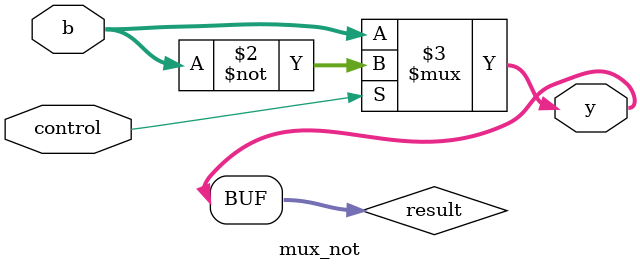
<source format=sv>
module mux_not #(parameter N=32)
					 (input  logic [N-1:0] b,
					  input  logic         control,
					  output logic [N-1:0] y);
						
logic [N-1:0] result;

always_comb begin
	result = control ? ~b : b;
end

assign y = result;

endmodule
</source>
